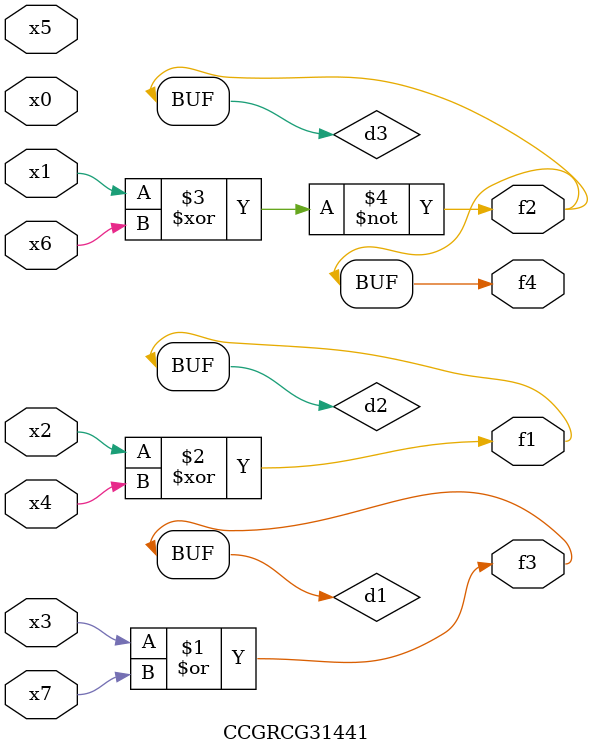
<source format=v>
module CCGRCG31441(
	input x0, x1, x2, x3, x4, x5, x6, x7,
	output f1, f2, f3, f4
);

	wire d1, d2, d3;

	or (d1, x3, x7);
	xor (d2, x2, x4);
	xnor (d3, x1, x6);
	assign f1 = d2;
	assign f2 = d3;
	assign f3 = d1;
	assign f4 = d3;
endmodule

</source>
